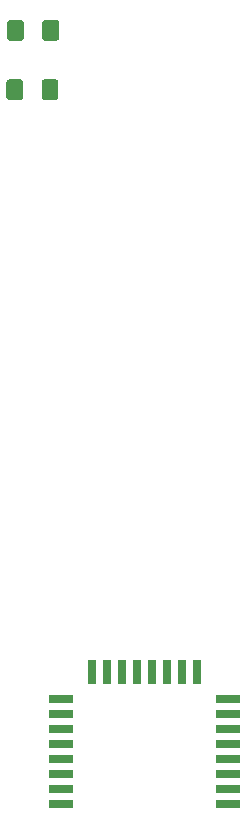
<source format=gbr>
G04 #@! TF.GenerationSoftware,KiCad,Pcbnew,(5.1.5)-3*
G04 #@! TF.CreationDate,2020-03-11T07:33:21-05:00*
G04 #@! TF.ProjectId,BreadboardBreakout,42726561-6462-46f6-9172-64427265616b,rev?*
G04 #@! TF.SameCoordinates,Original*
G04 #@! TF.FileFunction,Paste,Bot*
G04 #@! TF.FilePolarity,Positive*
%FSLAX46Y46*%
G04 Gerber Fmt 4.6, Leading zero omitted, Abs format (unit mm)*
G04 Created by KiCad (PCBNEW (5.1.5)-3) date 2020-03-11 07:33:21*
%MOMM*%
%LPD*%
G04 APERTURE LIST*
%ADD10R,2.000000X0.700000*%
%ADD11R,0.700000X2.000000*%
%ADD12C,0.100000*%
G04 APERTURE END LIST*
D10*
X7735800Y-19385800D03*
X7735800Y-20655800D03*
X7735800Y-21925800D03*
X7735800Y-23195800D03*
X7735800Y-24465800D03*
X7735800Y-25735800D03*
X7735800Y-27005800D03*
X7735800Y-28275800D03*
D11*
X-3774200Y-17125800D03*
X-2504200Y-17125800D03*
X-1234200Y-17125800D03*
X35800Y-17125800D03*
X1305800Y-17125800D03*
X2575800Y-17125800D03*
X3845800Y-17125800D03*
X5115800Y-17125800D03*
D10*
X-6364200Y-28275800D03*
X-6364200Y-27005800D03*
X-6364200Y-25735800D03*
X-6364200Y-24465800D03*
X-6364200Y-23195800D03*
X-6364200Y-21925800D03*
X-6364200Y-20655800D03*
X-6364200Y-19385800D03*
D12*
G36*
X-6793897Y38108995D02*
G01*
X-6769628Y38105395D01*
X-6745830Y38099434D01*
X-6722730Y38091169D01*
X-6700552Y38080679D01*
X-6679508Y38068066D01*
X-6659803Y38053452D01*
X-6641624Y38036976D01*
X-6625148Y38018797D01*
X-6610534Y37999092D01*
X-6597921Y37978048D01*
X-6587431Y37955870D01*
X-6579166Y37932770D01*
X-6573205Y37908972D01*
X-6569605Y37884703D01*
X-6568401Y37860199D01*
X-6568401Y36610199D01*
X-6569605Y36585695D01*
X-6573205Y36561426D01*
X-6579166Y36537628D01*
X-6587431Y36514528D01*
X-6597921Y36492350D01*
X-6610534Y36471306D01*
X-6625148Y36451601D01*
X-6641624Y36433422D01*
X-6659803Y36416946D01*
X-6679508Y36402332D01*
X-6700552Y36389719D01*
X-6722730Y36379229D01*
X-6745830Y36370964D01*
X-6769628Y36365003D01*
X-6793897Y36361403D01*
X-6818401Y36360199D01*
X-7743401Y36360199D01*
X-7767905Y36361403D01*
X-7792174Y36365003D01*
X-7815972Y36370964D01*
X-7839072Y36379229D01*
X-7861250Y36389719D01*
X-7882294Y36402332D01*
X-7901999Y36416946D01*
X-7920178Y36433422D01*
X-7936654Y36451601D01*
X-7951268Y36471306D01*
X-7963881Y36492350D01*
X-7974371Y36514528D01*
X-7982636Y36537628D01*
X-7988597Y36561426D01*
X-7992197Y36585695D01*
X-7993401Y36610199D01*
X-7993401Y37860199D01*
X-7992197Y37884703D01*
X-7988597Y37908972D01*
X-7982636Y37932770D01*
X-7974371Y37955870D01*
X-7963881Y37978048D01*
X-7951268Y37999092D01*
X-7936654Y38018797D01*
X-7920178Y38036976D01*
X-7901999Y38053452D01*
X-7882294Y38068066D01*
X-7861250Y38080679D01*
X-7839072Y38091169D01*
X-7815972Y38099434D01*
X-7792174Y38105395D01*
X-7767905Y38108995D01*
X-7743401Y38110199D01*
X-6818401Y38110199D01*
X-6793897Y38108995D01*
G37*
G36*
X-9768897Y38108995D02*
G01*
X-9744628Y38105395D01*
X-9720830Y38099434D01*
X-9697730Y38091169D01*
X-9675552Y38080679D01*
X-9654508Y38068066D01*
X-9634803Y38053452D01*
X-9616624Y38036976D01*
X-9600148Y38018797D01*
X-9585534Y37999092D01*
X-9572921Y37978048D01*
X-9562431Y37955870D01*
X-9554166Y37932770D01*
X-9548205Y37908972D01*
X-9544605Y37884703D01*
X-9543401Y37860199D01*
X-9543401Y36610199D01*
X-9544605Y36585695D01*
X-9548205Y36561426D01*
X-9554166Y36537628D01*
X-9562431Y36514528D01*
X-9572921Y36492350D01*
X-9585534Y36471306D01*
X-9600148Y36451601D01*
X-9616624Y36433422D01*
X-9634803Y36416946D01*
X-9654508Y36402332D01*
X-9675552Y36389719D01*
X-9697730Y36379229D01*
X-9720830Y36370964D01*
X-9744628Y36365003D01*
X-9768897Y36361403D01*
X-9793401Y36360199D01*
X-10718401Y36360199D01*
X-10742905Y36361403D01*
X-10767174Y36365003D01*
X-10790972Y36370964D01*
X-10814072Y36379229D01*
X-10836250Y36389719D01*
X-10857294Y36402332D01*
X-10876999Y36416946D01*
X-10895178Y36433422D01*
X-10911654Y36451601D01*
X-10926268Y36471306D01*
X-10938881Y36492350D01*
X-10949371Y36514528D01*
X-10957636Y36537628D01*
X-10963597Y36561426D01*
X-10967197Y36585695D01*
X-10968401Y36610199D01*
X-10968401Y37860199D01*
X-10967197Y37884703D01*
X-10963597Y37908972D01*
X-10957636Y37932770D01*
X-10949371Y37955870D01*
X-10938881Y37978048D01*
X-10926268Y37999092D01*
X-10911654Y38018797D01*
X-10895178Y38036976D01*
X-10876999Y38053452D01*
X-10857294Y38068066D01*
X-10836250Y38080679D01*
X-10814072Y38091169D01*
X-10790972Y38099434D01*
X-10767174Y38105395D01*
X-10742905Y38108995D01*
X-10718401Y38110199D01*
X-9793401Y38110199D01*
X-9768897Y38108995D01*
G37*
G36*
X-9825396Y33080996D02*
G01*
X-9801127Y33077396D01*
X-9777329Y33071435D01*
X-9754229Y33063170D01*
X-9732051Y33052680D01*
X-9711007Y33040067D01*
X-9691302Y33025453D01*
X-9673123Y33008977D01*
X-9656647Y32990798D01*
X-9642033Y32971093D01*
X-9629420Y32950049D01*
X-9618930Y32927871D01*
X-9610665Y32904771D01*
X-9604704Y32880973D01*
X-9601104Y32856704D01*
X-9599900Y32832200D01*
X-9599900Y31582200D01*
X-9601104Y31557696D01*
X-9604704Y31533427D01*
X-9610665Y31509629D01*
X-9618930Y31486529D01*
X-9629420Y31464351D01*
X-9642033Y31443307D01*
X-9656647Y31423602D01*
X-9673123Y31405423D01*
X-9691302Y31388947D01*
X-9711007Y31374333D01*
X-9732051Y31361720D01*
X-9754229Y31351230D01*
X-9777329Y31342965D01*
X-9801127Y31337004D01*
X-9825396Y31333404D01*
X-9849900Y31332200D01*
X-10774900Y31332200D01*
X-10799404Y31333404D01*
X-10823673Y31337004D01*
X-10847471Y31342965D01*
X-10870571Y31351230D01*
X-10892749Y31361720D01*
X-10913793Y31374333D01*
X-10933498Y31388947D01*
X-10951677Y31405423D01*
X-10968153Y31423602D01*
X-10982767Y31443307D01*
X-10995380Y31464351D01*
X-11005870Y31486529D01*
X-11014135Y31509629D01*
X-11020096Y31533427D01*
X-11023696Y31557696D01*
X-11024900Y31582200D01*
X-11024900Y32832200D01*
X-11023696Y32856704D01*
X-11020096Y32880973D01*
X-11014135Y32904771D01*
X-11005870Y32927871D01*
X-10995380Y32950049D01*
X-10982767Y32971093D01*
X-10968153Y32990798D01*
X-10951677Y33008977D01*
X-10933498Y33025453D01*
X-10913793Y33040067D01*
X-10892749Y33052680D01*
X-10870571Y33063170D01*
X-10847471Y33071435D01*
X-10823673Y33077396D01*
X-10799404Y33080996D01*
X-10774900Y33082200D01*
X-9849900Y33082200D01*
X-9825396Y33080996D01*
G37*
G36*
X-6850396Y33080996D02*
G01*
X-6826127Y33077396D01*
X-6802329Y33071435D01*
X-6779229Y33063170D01*
X-6757051Y33052680D01*
X-6736007Y33040067D01*
X-6716302Y33025453D01*
X-6698123Y33008977D01*
X-6681647Y32990798D01*
X-6667033Y32971093D01*
X-6654420Y32950049D01*
X-6643930Y32927871D01*
X-6635665Y32904771D01*
X-6629704Y32880973D01*
X-6626104Y32856704D01*
X-6624900Y32832200D01*
X-6624900Y31582200D01*
X-6626104Y31557696D01*
X-6629704Y31533427D01*
X-6635665Y31509629D01*
X-6643930Y31486529D01*
X-6654420Y31464351D01*
X-6667033Y31443307D01*
X-6681647Y31423602D01*
X-6698123Y31405423D01*
X-6716302Y31388947D01*
X-6736007Y31374333D01*
X-6757051Y31361720D01*
X-6779229Y31351230D01*
X-6802329Y31342965D01*
X-6826127Y31337004D01*
X-6850396Y31333404D01*
X-6874900Y31332200D01*
X-7799900Y31332200D01*
X-7824404Y31333404D01*
X-7848673Y31337004D01*
X-7872471Y31342965D01*
X-7895571Y31351230D01*
X-7917749Y31361720D01*
X-7938793Y31374333D01*
X-7958498Y31388947D01*
X-7976677Y31405423D01*
X-7993153Y31423602D01*
X-8007767Y31443307D01*
X-8020380Y31464351D01*
X-8030870Y31486529D01*
X-8039135Y31509629D01*
X-8045096Y31533427D01*
X-8048696Y31557696D01*
X-8049900Y31582200D01*
X-8049900Y32832200D01*
X-8048696Y32856704D01*
X-8045096Y32880973D01*
X-8039135Y32904771D01*
X-8030870Y32927871D01*
X-8020380Y32950049D01*
X-8007767Y32971093D01*
X-7993153Y32990798D01*
X-7976677Y33008977D01*
X-7958498Y33025453D01*
X-7938793Y33040067D01*
X-7917749Y33052680D01*
X-7895571Y33063170D01*
X-7872471Y33071435D01*
X-7848673Y33077396D01*
X-7824404Y33080996D01*
X-7799900Y33082200D01*
X-6874900Y33082200D01*
X-6850396Y33080996D01*
G37*
M02*

</source>
